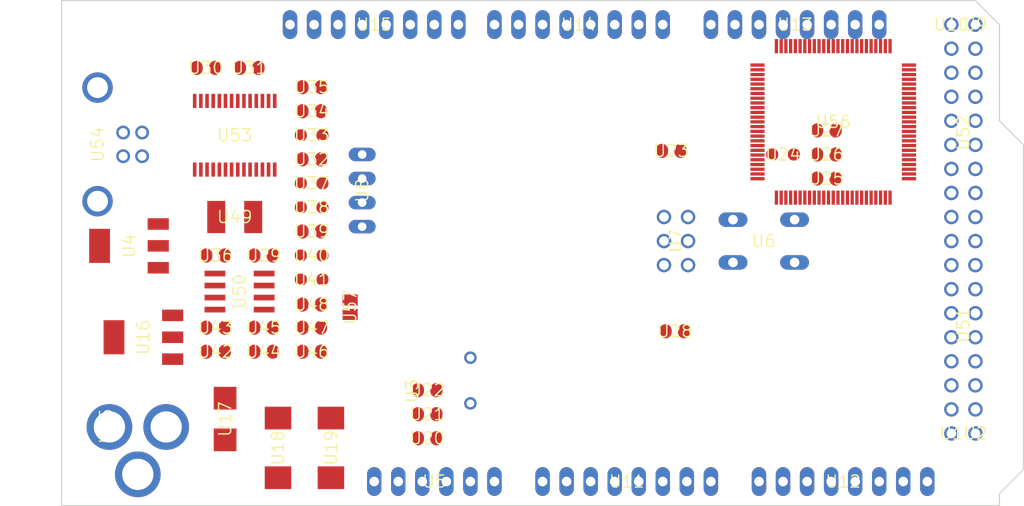
<source format=kicad_pcb>
(kicad_pcb (version 20221018) (generator pcbnew)
  (layers (0 "F.Cu" signal "Top") (31 "B.Cu" signal "Bottom") (34 "B.Paste" user) (35 "F.Paste" user) (36 "B.SilkS" user "B.Silkscreen") (37 "F.SilkS" user "F.Silkscreen") (38 "B.Mask" user) (39 "F.Mask" user) (44 "Edge.Cuts" user))
  (net 0 "")
  (net 1 "+5V")
  (net 2 "GND")
  (net 3 "N$6")
  (net 4 "N$7")
  (net 5 "AREF")
  (net 6 "RESET")
  (net 7 "VIN")
  (net 8 "N$3")
  (net 9 "PWRIN")
  (net 10 "M8RXD")
  (net 11 "M8TXD")
  (net 12 "ADC0")
  (net 13 "ADC2")
  (net 14 "ADC1")
  (net 15 "ADC3")
  (net 16 "ADC4")
  (net 17 "ADC5")
  (net 18 "ADC6")
  (net 19 "ADC7")
  (net 20 "+3V3")
  (net 21 "SDA")
  (net 22 "SCL")
  (net 23 "ADC9")
  (net 24 "ADC8")
  (net 25 "ADC10")
  (net 26 "ADC11")
  (net 27 "ADC12")
  (net 28 "ADC13")
  (net 29 "ADC14")
  (net 30 "ADC15")
  (net 31 "PB3")
  (net 32 "PB2")
  (net 33 "PB1")
  (net 34 "PB5")
  (net 35 "PB4")
  (net 36 "PE5")
  (net 37 "PE4")
  (net 38 "PE3")
  (net 39 "PE1")
  (net 40 "PE0")
  (net 41 "N$15")
  (net 42 "N$53")
  (net 43 "N$54")
  (net 44 "N$55")
  (net 45 "D-")
  (net 46 "D+")
  (net 47 "N$60")
  (net 48 "DTR")
  (net 49 "USBVCC")
  (net 50 "N$2")
  (net 51 "N$4")
  (net 52 "GATE_CMD")
  (net 53 "CMP")
  (net 54 "PB6")
  (net 55 "PH3")
  (net 56 "PH4")
  (net 57 "PH5")
  (net 58 "PH6")
  (net 59 "PG5")
  (net 60 "RXD1")
  (net 61 "TXD1")
  (net 62 "RXD2")
  (net 63 "RXD3")
  (net 64 "TXD2")
  (net 65 "TXD3")
  (net 66 "PC0")
  (net 67 "PC1")
  (net 68 "PC2")
  (net 69 "PC3")
  (net 70 "PC4")
  (net 71 "PC5")
  (net 72 "PC6")
  (net 73 "PC7")
  (net 74 "PB0")
  (net 75 "PG0")
  (net 76 "PG1")
  (net 77 "PG2")
  (net 78 "PD7")
  (net 79 "PA0")
  (net 80 "PA1")
  (net 81 "PA2")
  (net 82 "PA3")
  (net 83 "PA4")
  (net 84 "PA5")
  (net 85 "PA6")
  (net 86 "PA7")
  (net 87 "PL0")
  (net 88 "PL1")
  (net 89 "PL2")
  (net 90 "PL3")
  (net 91 "PL4")
  (net 92 "PL5")
  (net 93 "PL6")
  (net 94 "PL7")
  (net 95 "PB7")
  (net 96 "CTS")
  (net 97 "DSR")
  (net 98 "DCD")
  (net 99 "RI")
  (footprint "Arduino_MEGA_Reference_Design:2X03" (layer "F.Cu") (at 162.5981 103.7336 -90)
    (fp_text reference "U7")
    (fp_text value "")
  )
  (footprint "Arduino_MEGA_Reference_Design:1X08" (layer "F.Cu") (at 152.3111 80.8736 180)
    (fp_text reference "U14")
    (fp_text value "")
  )
  (footprint "Arduino_MEGA_Reference_Design:1X08" (layer "F.Cu") (at 130.7211 80.8736 180)
    (fp_text reference "U15")
    (fp_text value "")
  )
  (footprint "Arduino_MEGA_Reference_Design:SMC_D" (layer "F.Cu") (at 120.5611 125.5776 -90)
    (fp_text reference "U18")
    (fp_text value "")
  )
  (footprint "Arduino_MEGA_Reference_Design:SMC_D" (layer "F.Cu") (at 126.1491 125.5776 -90)
    (fp_text reference "U19")
    (fp_text value "")
  )
  (footprint "Arduino_MEGA_Reference_Design:B3F-10XX" (layer "F.Cu") (at 171.8691 103.7336 180)
    (fp_text reference "U6")
    (fp_text value "")
  )
  (footprint "Arduino_MEGA_Reference_Design:0805RND" (layer "F.Cu") (at 173.9011 94.5896 180)
    (fp_text reference "U24")
    (fp_text value "")
  )
  (footprint "Arduino_MEGA_Reference_Design:SMB" (layer "F.Cu") (at 114.9731 122.5296 -90)
    (fp_text reference "U17")
    (fp_text value "")
  )
  (footprint "Arduino_MEGA_Reference_Design:DC-21MM" (layer "F.Cu") (at 103.0351 123.2916 90)
    (fp_text reference "U55")
    (fp_text value "")
  )
  (footprint "Arduino_MEGA_Reference_Design:HC49_S" (layer "F.Cu") (at 140.8811 118.4656 90)
    (fp_text reference "U3")
    (fp_text value "")
  )
  (footprint "Arduino_MEGA_Reference_Design:SOT223" (layer "F.Cu") (at 106.3371 113.8936 90)
    (fp_text reference "U16")
    (fp_text value "")
  )
  (footprint "Arduino_MEGA_Reference_Design:1X06" (layer "F.Cu") (at 137.0711 129.1336)
    (fp_text reference "U5")
    (fp_text value "")
  )
  (footprint "Arduino_MEGA_Reference_Design:C0805RND" (layer "F.Cu") (at 124.1171 87.4776)
    (fp_text reference "U35")
    (fp_text value "")
  )
  (footprint "Arduino_MEGA_Reference_Design:C0805RND" (layer "F.Cu") (at 162.4711 113.2586)
    (fp_text reference "U28")
    (fp_text value "")
  )
  (footprint "Arduino_MEGA_Reference_Design:C0805RND" (layer "F.Cu") (at 136.3091 122.0216)
    (fp_text reference "U21")
    (fp_text value "")
  )
  (footprint "Arduino_MEGA_Reference_Design:C0805RND" (layer "F.Cu") (at 136.3091 119.4816)
    (fp_text reference "U22")
    (fp_text value "")
  )
  (footprint "Arduino_MEGA_Reference_Design:C0805RND" (layer "F.Cu") (at 113.9571 112.8776)
    (fp_text reference "U43")
    (fp_text value "")
  )
  (footprint "Arduino_MEGA_Reference_Design:RCL_0805RND" (layer "F.Cu") (at 124.1171 105.2576)
    (fp_text reference "U40")
    (fp_text value "")
  )
  (footprint "Arduino_MEGA_Reference_Design:RCL_0805RND" (layer "F.Cu") (at 124.1171 107.7976)
    (fp_text reference "U41")
    (fp_text value "")
  )
  (footprint "Arduino_MEGA_Reference_Design:1X08" (layer "F.Cu") (at 157.3911 129.1336)
    (fp_text reference "U11")
    (fp_text value "")
  )
  (footprint "Arduino_MEGA_Reference_Design:1X08" (layer "F.Cu") (at 175.1711 80.8736 180)
    (fp_text reference "U13")
    (fp_text value "")
  )
  (footprint "Arduino_MEGA_Reference_Design:R0805RND" (layer "F.Cu") (at 178.4731 94.5896 180)
    (fp_text reference "U26")
    (fp_text value "")
  )
  (footprint "Arduino_MEGA_Reference_Design:R0805RND" (layer "F.Cu") (at 178.4731 92.0496 180)
    (fp_text reference "U27")
    (fp_text value "")
  )
  (footprint "Arduino_MEGA_Reference_Design:TQFP100" (layer "F.Cu") (at 179.20416259765625 91.14759826660156 0)
    (fp_text reference "U56")
    (fp_text value "")
  )
  (footprint "Arduino_MEGA_Reference_Design:C0805RND" (layer "F.Cu") (at 162.0901 94.2086 180)
    (fp_text reference "U23")
    (fp_text value "")
  )
  (footprint "Arduino_MEGA_Reference_Design:C0805RND" (layer "F.Cu") (at 136.3091 124.5616)
    (fp_text reference "U20")
    (fp_text value "")
  )
  (footprint "Arduino_MEGA_Reference_Design:1X08" (layer "F.Cu") (at 180.2511 129.1336)
    (fp_text reference "U12")
    (fp_text value "")
  )
  (footprint "Arduino_MEGA_Reference_Design:R0805RND" (layer "F.Cu") (at 124.1171 112.8776)
    (fp_text reference "U47")
    (fp_text value "")
  )
  (footprint "Arduino_MEGA_Reference_Design:C0805RND" (layer "F.Cu") (at 124.1171 115.4176)
    (fp_text reference "U46")
    (fp_text value "")
  )
  (footprint "Arduino_MEGA_Reference_Design:C0805RND" (layer "F.Cu") (at 113.9571 105.2576)
    (fp_text reference "U36")
    (fp_text value "")
  )
  (footprint "Arduino_MEGA_Reference_Design:C0805RND" (layer "F.Cu") (at 112.9411 85.4456)
    (fp_text reference "U30")
    (fp_text value "")
  )
  (footprint "Arduino_MEGA_Reference_Design:0805RND" (layer "F.Cu") (at 124.1171 100.1776 180)
    (fp_text reference "U38")
    (fp_text value "")
  )
  (footprint "Arduino_MEGA_Reference_Design:0805RND" (layer "F.Cu") (at 124.1171 97.6376 180)
    (fp_text reference "U37")
    (fp_text value "")
  )
  (footprint "Arduino_MEGA_Reference_Design:R0805RND" (layer "F.Cu") (at 124.1171 95.0976)
    (fp_text reference "U32")
    (fp_text value "")
  )
  (footprint "Arduino_MEGA_Reference_Design:R0805RND" (layer "F.Cu") (at 124.1171 102.7176)
    (fp_text reference "U39")
    (fp_text value "")
  )
  (footprint "Arduino_MEGA_Reference_Design:SSOP28" (layer "F.Cu") (at 115.9891 92.5576)
    (fp_text reference "U53")
    (fp_text value "")
  )
  (footprint "Arduino_MEGA_Reference_Design:PN61729" (layer "F.Cu") (at 98.9584 93.5228 -90)
    (fp_text reference "U54")
    (fp_text value "")
  )
  (footprint "Arduino_MEGA_Reference_Design:L1812" (layer "F.Cu") (at 115.9891 101.1936)
    (fp_text reference "U49")
    (fp_text value "")
  )
  (footprint "Arduino_MEGA_Reference_Design:C0805RND" (layer "F.Cu") (at 117.5131 85.4456)
    (fp_text reference "U31")
    (fp_text value "")
  )
  (footprint "Arduino_MEGA_Reference_Design:0805RND" (layer "F.Cu") (at 124.1171 92.5576 180)
    (fp_text reference "U33")
    (fp_text value "")
  )
  (footprint "Arduino_MEGA_Reference_Design:R0805RND" (layer "F.Cu") (at 124.1171 90.0176 180)
    (fp_text reference "U34")
    (fp_text value "")
  )
  (footprint "Arduino_MEGA_Reference_Design:C0805RND" (layer "F.Cu") (at 124.1171 110.4392 180)
    (fp_text reference "U48")
    (fp_text value "")
  )
  (footprint "Arduino_MEGA_Reference_Design:SOT223" (layer "F.Cu") (at 104.8131 104.2416 90)
    (fp_text reference "U4")
    (fp_text value "")
  )
  (footprint "Arduino_MEGA_Reference_Design:SO08" (layer "F.Cu") (at 116.4971 109.0676 -90)
    (fp_text reference "U50")
    (fp_text value "")
  )
  (footprint "Arduino_MEGA_Reference_Design:R0805RND" (layer "F.Cu") (at 113.9571 115.4176 180)
    (fp_text reference "U42")
    (fp_text value "")
  )
  (footprint "Arduino_MEGA_Reference_Design:R0805RND" (layer "F.Cu") (at 119.0371 112.8776 180)
    (fp_text reference "U45")
    (fp_text value "")
  )
  (footprint "Arduino_MEGA_Reference_Design:C0805RND" (layer "F.Cu") (at 119.0371 115.4176 180)
    (fp_text reference "U44")
    (fp_text value "")
  )
  (footprint "Arduino_MEGA_Reference_Design:C0805RND" (layer "F.Cu") (at 119.0371 105.2576)
    (fp_text reference "U29")
    (fp_text value "")
  )
  (footprint "Arduino_MEGA_Reference_Design:2X08" (layer "F.Cu") (at 192.9511 92.3036 90)
    (fp_text reference "U52")
    (fp_text value "")
  )
  (footprint "Arduino_MEGA_Reference_Design:2X08" (layer "F.Cu") (at 192.9511 112.6236 90)
    (fp_text reference "U51")
    (fp_text value "")
  )
  (footprint "Arduino_MEGA_Reference_Design:R0805RND" (layer "F.Cu") (at 178.4731 97.1296 180)
    (fp_text reference "U25")
    (fp_text value "")
  )
  (footprint "Arduino_MEGA_Reference_Design:1X01" (layer "F.Cu") (at 191.6811 80.8736)
    (fp_text reference "U10")
    (fp_text value "")
  )
  (footprint "Arduino_MEGA_Reference_Design:1X01" (layer "F.Cu") (at 194.2211 80.8736)
    (fp_text reference "U9")
    (fp_text value "")
  )
  (footprint "Arduino_MEGA_Reference_Design:1X01" (layer "F.Cu") (at 191.6811 124.0536)
    (fp_text reference "U1")
    (fp_text value "")
  )
  (footprint "Arduino_MEGA_Reference_Design:1X01" (layer "F.Cu") (at 194.2211 124.0536)
    (fp_text reference "U2")
    (fp_text value "")
  )
  (footprint "Arduino_MEGA_Reference_Design:SJ" (layer "F.Cu") (at 128.1811 110.7186 -90)
    (fp_text reference "U57")
    (fp_text value "")
  )
  (footprint "Arduino_MEGA_Reference_Design:JP4" (layer "F.Cu") (at 129.4511 98.3996 -90)
    (fp_text reference "U8")
    (fp_text value "")
  )
  (gr_line (start 196.7611 80.8736) (end 196.7611 91.0336) (layer "Edge.Cuts") (width 0.12))
  (gr_line (start 196.7611 130.4036) (end 196.7611 131.6736) (layer "Edge.Cuts") (width 0.12))
  (gr_line (start 194.2211 78.3336) (end 196.7611 80.8736) (layer "Edge.Cuts") (width 0.12))
  (gr_line (start 97.7011 78.3336) (end 194.2211 78.3336) (layer "Edge.Cuts") (width 0.12))
  (gr_line (start 196.7611 91.0336) (end 199.3011 93.5736) (layer "Edge.Cuts") (width 0.12))
  (gr_line (start 97.7011 131.6736) (end 97.7011 78.3336) (layer "Edge.Cuts") (width 0.12))
  (gr_line (start 196.7611 131.6736) (end 97.7011 131.6736) (layer "Edge.Cuts") (width 0.12))
  (gr_line (start 199.3011 93.5736) (end 199.3011 127.8636) (layer "Edge.Cuts") (width 0.12))
  (gr_line (start 199.3011 127.8636) (end 196.7611 130.4036) (layer "Edge.Cuts") (width 0.12))
)
</source>
